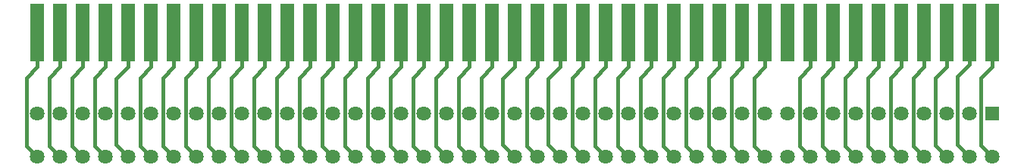
<source format=gbr>
%TF.GenerationSoftware,KiCad,Pcbnew,(5.1.6)-1*%
%TF.CreationDate,2022-03-07T17:14:04-05:00*%
%TF.ProjectId,A500-Side-90,41353030-2d53-4696-9465-2d39302e6b69,rev?*%
%TF.SameCoordinates,Original*%
%TF.FileFunction,Copper,L2,Bot*%
%TF.FilePolarity,Positive*%
%FSLAX46Y46*%
G04 Gerber Fmt 4.6, Leading zero omitted, Abs format (unit mm)*
G04 Created by KiCad (PCBNEW (5.1.6)-1) date 2022-03-07 17:14:04*
%MOMM*%
%LPD*%
G01*
G04 APERTURE LIST*
%TA.AperFunction,ComponentPad*%
%ADD10C,1.638300*%
%TD*%
%TA.AperFunction,ComponentPad*%
%ADD11R,1.638300X1.638300*%
%TD*%
%TA.AperFunction,SMDPad,CuDef*%
%ADD12R,1.600000X6.500000*%
%TD*%
%TA.AperFunction,Conductor*%
%ADD13C,0.400000*%
%TD*%
G04 APERTURE END LIST*
D10*
%TO.P,BUS1,86*%
%TO.N,/D5*%
X98298000Y-89039700D03*
%TO.P,BUS1,85*%
%TO.N,GND*%
X98298000Y-84188300D03*
%TO.P,BUS1,84*%
%TO.N,/D6*%
X100838000Y-89039700D03*
%TO.P,BUS1,83*%
%TO.N,/D4*%
X100838000Y-84188300D03*
%TO.P,BUS1,82*%
%TO.N,/D7*%
X103378000Y-89039700D03*
%TO.P,BUS1,81*%
%TO.N,/D3*%
X103378000Y-84188300D03*
%TO.P,BUS1,80*%
%TO.N,/D8*%
X105918000Y-89039700D03*
%TO.P,BUS1,79*%
%TO.N,/D2*%
X105918000Y-84188300D03*
%TO.P,BUS1,78*%
%TO.N,/D9*%
X108458000Y-89039700D03*
%TO.P,BUS1,77*%
%TO.N,/D1*%
X108458000Y-84188300D03*
%TO.P,BUS1,76*%
%TO.N,/D10*%
X110998000Y-89039700D03*
%TO.P,BUS1,75*%
%TO.N,/D0*%
X110998000Y-84188300D03*
%TO.P,BUS1,74*%
%TO.N,/AS*%
X113538000Y-89039700D03*
%TO.P,BUS1,73*%
%TO.N,GND*%
X113538000Y-84188300D03*
%TO.P,BUS1,72*%
%TO.N,/UDS*%
X116078000Y-89039700D03*
%TO.P,BUS1,71*%
%TO.N,/D11*%
X116078000Y-84188300D03*
%TO.P,BUS1,70*%
%TO.N,/LDS*%
X118618000Y-89039700D03*
%TO.P,BUS1,69*%
%TO.N,/D12*%
X118618000Y-84188300D03*
%TO.P,BUS1,68*%
%TO.N,/RW*%
X121158000Y-89039700D03*
%TO.P,BUS1,67*%
%TO.N,/D13*%
X121158000Y-84188300D03*
%TO.P,BUS1,66*%
%TO.N,/DTACK*%
X123698000Y-89039700D03*
%TO.P,BUS1,65*%
%TO.N,/D14*%
X123698000Y-84188300D03*
%TO.P,BUS1,64*%
%TO.N,/BG*%
X126238000Y-89039700D03*
%TO.P,BUS1,63*%
%TO.N,/D15*%
X126238000Y-84188300D03*
%TO.P,BUS1,62*%
%TO.N,/BGACK*%
X128778000Y-89039700D03*
%TO.P,BUS1,61*%
%TO.N,GND*%
X128778000Y-84188300D03*
%TO.P,BUS1,60*%
%TO.N,/BR*%
X131318000Y-89039700D03*
%TO.P,BUS1,59*%
%TO.N,/A23*%
X131318000Y-84188300D03*
%TO.P,BUS1,58*%
%TO.N,/A21*%
X133858000Y-89039700D03*
%TO.P,BUS1,57*%
%TO.N,/A22*%
X133858000Y-84188300D03*
%TO.P,BUS1,56*%
%TO.N,/A20*%
X136398000Y-89039700D03*
%TO.P,BUS1,55*%
%TO.N,N/C*%
X136398000Y-84188300D03*
%TO.P,BUS1,54*%
%TO.N,/A19*%
X138938000Y-89039700D03*
%TO.P,BUS1,53*%
%TO.N,/RST*%
X138938000Y-84188300D03*
%TO.P,BUS1,52*%
%TO.N,/A18*%
X141478000Y-89039700D03*
%TO.P,BUS1,51*%
%TO.N,/VMA*%
X141478000Y-84188300D03*
%TO.P,BUS1,50*%
%TO.N,/E*%
X144018000Y-89039700D03*
%TO.P,BUS1,49*%
%TO.N,GND*%
X144018000Y-84188300D03*
%TO.P,BUS1,48*%
%TO.N,/VPA*%
X146558000Y-89039700D03*
%TO.P,BUS1,47*%
%TO.N,/A17*%
X146558000Y-84188300D03*
%TO.P,BUS1,46*%
%TO.N,/BERR*%
X149098000Y-89039700D03*
%TO.P,BUS1,45*%
%TO.N,/A16*%
X149098000Y-84188300D03*
%TO.P,BUS1,44*%
%TO.N,/IPL2*%
X151638000Y-89039700D03*
%TO.P,BUS1,43*%
%TO.N,/A15*%
X151638000Y-84188300D03*
%TO.P,BUS1,42*%
%TO.N,/IPL1*%
X154178000Y-89039700D03*
%TO.P,BUS1,41*%
%TO.N,/A14*%
X154178000Y-84188300D03*
%TO.P,BUS1,40*%
%TO.N,/IPL0*%
X156718000Y-89039700D03*
%TO.P,BUS1,39*%
%TO.N,/A13*%
X156718000Y-84188300D03*
%TO.P,BUS1,38*%
%TO.N,/A12*%
X159258000Y-89039700D03*
%TO.P,BUS1,37*%
%TO.N,GND*%
X159258000Y-84188300D03*
%TO.P,BUS1,36*%
%TO.N,/A11*%
X161798000Y-89039700D03*
%TO.P,BUS1,35*%
%TO.N,/FC2*%
X161798000Y-84188300D03*
%TO.P,BUS1,34*%
%TO.N,/A10*%
X164338000Y-89039700D03*
%TO.P,BUS1,33*%
%TO.N,/FC1*%
X164338000Y-84188300D03*
%TO.P,BUS1,32*%
%TO.N,/A9*%
X166878000Y-89039700D03*
%TO.P,BUS1,31*%
%TO.N,/FC0*%
X166878000Y-84188300D03*
%TO.P,BUS1,30*%
%TO.N,/A8*%
X169418000Y-89039700D03*
%TO.P,BUS1,29*%
%TO.N,/A1*%
X169418000Y-84188300D03*
%TO.P,BUS1,28*%
%TO.N,/A7*%
X171958000Y-89039700D03*
%TO.P,BUS1,27*%
%TO.N,/A2*%
X171958000Y-84188300D03*
%TO.P,BUS1,26*%
%TO.N,/A3*%
X174498000Y-89039700D03*
%TO.P,BUS1,25*%
%TO.N,GND*%
X174498000Y-84188300D03*
%TO.P,BUS1,24*%
%TO.N,/A4*%
X177038000Y-89039700D03*
%TO.P,BUS1,23*%
%TO.N,/A6*%
X177038000Y-84188300D03*
%TO.P,BUS1,22*%
%TO.N,/INT6*%
X179578000Y-89039700D03*
%TO.P,BUS1,21*%
%TO.N,/A5*%
X179578000Y-84188300D03*
%TO.P,BUS1,20*%
%TO.N,Net-(BUS1-Pad20)*%
X182118000Y-89039700D03*
%TO.P,BUS1,19*%
%TO.N,/INT2*%
X182118000Y-84188300D03*
%TO.P,BUS1,18*%
%TO.N,/XRDY*%
X184658000Y-89039700D03*
%TO.P,BUS1,17*%
%TO.N,/HLT*%
X184658000Y-84188300D03*
%TO.P,BUS1,16*%
%TO.N,/CCK*%
X187198000Y-89039700D03*
%TO.P,BUS1,15*%
%TO.N,/CDAC*%
X187198000Y-84188300D03*
%TO.P,BUS1,14*%
%TO.N,/CCKQ*%
X189738000Y-89039700D03*
%TO.P,BUS1,13*%
%TO.N,GND*%
X189738000Y-84188300D03*
%TO.P,BUS1,12*%
%TO.N,/CFG*%
X192278000Y-89039700D03*
%TO.P,BUS1,11*%
%TO.N,Net-(BUS1-Pad11)*%
X192278000Y-84188300D03*
%TO.P,BUS1,10*%
%TO.N,+12V*%
X194818000Y-89039700D03*
%TO.P,BUS1,9*%
%TO.N,Net-(BUS1-Pad9)*%
X194818000Y-84188300D03*
%TO.P,BUS1,8*%
%TO.N,-12V*%
X197358000Y-89039700D03*
%TO.P,BUS1,7*%
%TO.N,/7MHZ*%
X197358000Y-84188300D03*
%TO.P,BUS1,6*%
%TO.N,+5V*%
X199898000Y-89039700D03*
%TO.P,BUS1,5*%
X199898000Y-84188300D03*
%TO.P,BUS1,4*%
%TO.N,GND*%
X202438000Y-89039700D03*
%TO.P,BUS1,3*%
X202438000Y-84188300D03*
%TO.P,BUS1,2*%
X204978000Y-89039700D03*
D11*
%TO.P,BUS1,1*%
X204978000Y-84188300D03*
%TD*%
D12*
%TO.P,BUS2,86*%
%TO.N,/D5*%
X98298000Y-75184000D03*
%TO.P,BUS2,84*%
%TO.N,/D6*%
X100838000Y-75184000D03*
%TO.P,BUS2,82*%
%TO.N,/D7*%
X103378000Y-75184000D03*
%TO.P,BUS2,80*%
%TO.N,/D8*%
X105918000Y-75184000D03*
%TO.P,BUS2,78*%
%TO.N,/D9*%
X108458000Y-75184000D03*
%TO.P,BUS2,76*%
%TO.N,/D10*%
X110998000Y-75184000D03*
%TO.P,BUS2,74*%
%TO.N,/AS*%
X113538000Y-75184000D03*
%TO.P,BUS2,72*%
%TO.N,/UDS*%
X116078000Y-75184000D03*
%TO.P,BUS2,70*%
%TO.N,/LDS*%
X118618000Y-75184000D03*
%TO.P,BUS2,68*%
%TO.N,/RW*%
X121158000Y-75184000D03*
%TO.P,BUS2,66*%
%TO.N,/DTACK*%
X123698000Y-75184000D03*
%TO.P,BUS2,64*%
%TO.N,/BG*%
X126238000Y-75184000D03*
%TO.P,BUS2,62*%
%TO.N,/BGACK*%
X128778000Y-75184000D03*
%TO.P,BUS2,60*%
%TO.N,/BR*%
X131318000Y-75184000D03*
%TO.P,BUS2,58*%
%TO.N,/A21*%
X133858000Y-75184000D03*
%TO.P,BUS2,56*%
%TO.N,/A20*%
X136398000Y-75184000D03*
%TO.P,BUS2,54*%
%TO.N,/A19*%
X138938000Y-75184000D03*
%TO.P,BUS2,52*%
%TO.N,/A18*%
X141478000Y-75184000D03*
%TO.P,BUS2,50*%
%TO.N,/E*%
X144018000Y-75184000D03*
%TO.P,BUS2,48*%
%TO.N,/VPA*%
X146558000Y-75184000D03*
%TO.P,BUS2,46*%
%TO.N,/BERR*%
X149098000Y-75184000D03*
%TO.P,BUS2,44*%
%TO.N,/IPL2*%
X151638000Y-75184000D03*
%TO.P,BUS2,42*%
%TO.N,/IPL1*%
X154178000Y-75184000D03*
%TO.P,BUS2,40*%
%TO.N,/IPL0*%
X156718000Y-75184000D03*
%TO.P,BUS2,38*%
%TO.N,/A12*%
X159258000Y-75184000D03*
%TO.P,BUS2,36*%
%TO.N,/A11*%
X161798000Y-75184000D03*
%TO.P,BUS2,34*%
%TO.N,/A10*%
X164338000Y-75184000D03*
%TO.P,BUS2,32*%
%TO.N,/A9*%
X166878000Y-75184000D03*
%TO.P,BUS2,30*%
%TO.N,/A8*%
X169418000Y-75184000D03*
%TO.P,BUS2,28*%
%TO.N,/A7*%
X171958000Y-75184000D03*
%TO.P,BUS2,26*%
%TO.N,/A3*%
X174498000Y-75184000D03*
%TO.P,BUS2,24*%
%TO.N,/A4*%
X177038000Y-75184000D03*
%TO.P,BUS2,22*%
%TO.N,/INT6*%
X179578000Y-75184000D03*
%TO.P,BUS2,20*%
%TO.N,Net-(BUS2-Pad20)*%
X182118000Y-75184000D03*
%TO.P,BUS2,18*%
%TO.N,/XRDY*%
X184658000Y-75184000D03*
%TO.P,BUS2,16*%
%TO.N,/CCK*%
X187198000Y-75184000D03*
%TO.P,BUS2,14*%
%TO.N,/CCKQ*%
X189738000Y-75184000D03*
%TO.P,BUS2,12*%
%TO.N,/CFG*%
X192278000Y-75184000D03*
%TO.P,BUS2,10*%
%TO.N,+12V*%
X194818000Y-75184000D03*
%TO.P,BUS2,8*%
%TO.N,-12V*%
X197358000Y-75184000D03*
%TO.P,BUS2,6*%
%TO.N,+5V*%
X199898000Y-75184000D03*
%TO.P,BUS2,4*%
%TO.N,GND*%
X202438000Y-75184000D03*
%TO.P,BUS2,2*%
X204978000Y-75184000D03*
%TD*%
D13*
%TO.N,/D5*%
X97078849Y-87820549D02*
X97078849Y-80213151D01*
X98298000Y-89039700D02*
X97078849Y-87820549D01*
X98298000Y-78994000D02*
X98298000Y-75184000D01*
X97078849Y-80213151D02*
X98298000Y-78994000D01*
%TO.N,GND*%
X202438000Y-89039700D02*
X201117151Y-87718851D01*
X201117151Y-87718851D02*
X201117151Y-80060849D01*
X202438000Y-78740000D02*
X202438000Y-75184000D01*
X201117151Y-80060849D02*
X202438000Y-78740000D01*
X204978000Y-89039700D02*
X203708000Y-87769700D01*
X203708000Y-87769700D02*
X203708000Y-80264000D01*
X204978000Y-78994000D02*
X204978000Y-75184000D01*
X203708000Y-80264000D02*
X204978000Y-78994000D01*
%TO.N,/D6*%
X99618849Y-87820549D02*
X99618849Y-80213151D01*
X100838000Y-89039700D02*
X99618849Y-87820549D01*
X100838000Y-78994000D02*
X100838000Y-75184000D01*
X99618849Y-80213151D02*
X100838000Y-78994000D01*
%TO.N,/D7*%
X102158849Y-87820549D02*
X102158849Y-80213151D01*
X103378000Y-89039700D02*
X102158849Y-87820549D01*
X103378000Y-78994000D02*
X103378000Y-75184000D01*
X102158849Y-80213151D02*
X103378000Y-78994000D01*
%TO.N,/D8*%
X104698849Y-87820549D02*
X104698849Y-80213151D01*
X105918000Y-89039700D02*
X104698849Y-87820549D01*
X105918000Y-78994000D02*
X105918000Y-75184000D01*
X104698849Y-80213151D02*
X105918000Y-78994000D01*
%TO.N,/D9*%
X107137151Y-87718851D02*
X107137151Y-80314849D01*
X108458000Y-89039700D02*
X107137151Y-87718851D01*
X108458000Y-78994000D02*
X108458000Y-75184000D01*
X107137151Y-80314849D02*
X108458000Y-78994000D01*
%TO.N,/D10*%
X109778849Y-87820549D02*
X109778849Y-80213151D01*
X110998000Y-89039700D02*
X109778849Y-87820549D01*
X110998000Y-78994000D02*
X110998000Y-75184000D01*
X109778849Y-80213151D02*
X110998000Y-78994000D01*
%TO.N,/AS*%
X112318849Y-87820549D02*
X112318849Y-80213151D01*
X113538000Y-89039700D02*
X112318849Y-87820549D01*
X113538000Y-78994000D02*
X113538000Y-75184000D01*
X112318849Y-80213151D02*
X113538000Y-78994000D01*
%TO.N,/UDS*%
X114858849Y-87820549D02*
X114858849Y-80213151D01*
X116078000Y-89039700D02*
X114858849Y-87820549D01*
X116078000Y-78994000D02*
X116078000Y-75184000D01*
X114858849Y-80213151D02*
X116078000Y-78994000D01*
%TO.N,/LDS*%
X117398849Y-87820549D02*
X117398849Y-80213151D01*
X118618000Y-89039700D02*
X117398849Y-87820549D01*
X118618000Y-78994000D02*
X118618000Y-75184000D01*
X117398849Y-80213151D02*
X118618000Y-78994000D01*
%TO.N,/RW*%
X119938849Y-87820549D02*
X119938849Y-80213151D01*
X121158000Y-89039700D02*
X119938849Y-87820549D01*
X121158000Y-78994000D02*
X121158000Y-75184000D01*
X119938849Y-80213151D02*
X121158000Y-78994000D01*
%TO.N,/DTACK*%
X122478849Y-87820549D02*
X122478849Y-80213151D01*
X123698000Y-89039700D02*
X122478849Y-87820549D01*
X123698000Y-78994000D02*
X123698000Y-75184000D01*
X122478849Y-80213151D02*
X123698000Y-78994000D01*
%TO.N,/BG*%
X125018849Y-87820549D02*
X125018849Y-80213151D01*
X126238000Y-89039700D02*
X125018849Y-87820549D01*
X126238000Y-78994000D02*
X126238000Y-75184000D01*
X125018849Y-80213151D02*
X126238000Y-78994000D01*
%TO.N,/BGACK*%
X127558849Y-87820549D02*
X127558849Y-80213151D01*
X128778000Y-89039700D02*
X127558849Y-87820549D01*
X128778000Y-78994000D02*
X128778000Y-75184000D01*
X127558849Y-80213151D02*
X128778000Y-78994000D01*
%TO.N,/BR*%
X130098849Y-87820549D02*
X130098849Y-80213151D01*
X131318000Y-89039700D02*
X130098849Y-87820549D01*
X131318000Y-78994000D02*
X131318000Y-75184000D01*
X130098849Y-80213151D02*
X131318000Y-78994000D01*
%TO.N,/A21*%
X132638849Y-87820549D02*
X132638849Y-80213151D01*
X133858000Y-89039700D02*
X132638849Y-87820549D01*
X133858000Y-78994000D02*
X133858000Y-75184000D01*
X132638849Y-80213151D02*
X133858000Y-78994000D01*
%TO.N,/A20*%
X135178849Y-87820549D02*
X135178849Y-80213151D01*
X136398000Y-89039700D02*
X135178849Y-87820549D01*
X136398000Y-78994000D02*
X136398000Y-75184000D01*
X135178849Y-80213151D02*
X136398000Y-78994000D01*
%TO.N,/A19*%
X137718849Y-87820549D02*
X137718849Y-80213151D01*
X138938000Y-89039700D02*
X137718849Y-87820549D01*
X138938000Y-78994000D02*
X138938000Y-75184000D01*
X137718849Y-80213151D02*
X138938000Y-78994000D01*
%TO.N,/A18*%
X140258849Y-87820549D02*
X140258849Y-80213151D01*
X141478000Y-89039700D02*
X140258849Y-87820549D01*
X141478000Y-78994000D02*
X141478000Y-75184000D01*
X140258849Y-80213151D02*
X141478000Y-78994000D01*
%TO.N,/E*%
X142798849Y-87820549D02*
X142798849Y-80213151D01*
X144018000Y-89039700D02*
X142798849Y-87820549D01*
X144018000Y-78994000D02*
X144018000Y-75184000D01*
X142798849Y-80213151D02*
X144018000Y-78994000D01*
%TO.N,/VPA*%
X145338849Y-87820549D02*
X145338849Y-80213151D01*
X146558000Y-89039700D02*
X145338849Y-87820549D01*
X146558000Y-78994000D02*
X146558000Y-75184000D01*
X145338849Y-80213151D02*
X146558000Y-78994000D01*
%TO.N,/BERR*%
X147878849Y-87820549D02*
X147878849Y-80213151D01*
X149098000Y-89039700D02*
X147878849Y-87820549D01*
X149098000Y-78994000D02*
X149098000Y-75184000D01*
X147878849Y-80213151D02*
X149098000Y-78994000D01*
%TO.N,/IPL2*%
X150317151Y-87718851D02*
X150317151Y-80314849D01*
X151638000Y-89039700D02*
X150317151Y-87718851D01*
X151638000Y-78994000D02*
X151638000Y-75184000D01*
X150317151Y-80314849D02*
X151638000Y-78994000D01*
%TO.N,/IPL1*%
X152958849Y-87820549D02*
X152958849Y-80213151D01*
X154178000Y-89039700D02*
X152958849Y-87820549D01*
X154178000Y-78994000D02*
X154178000Y-75184000D01*
X152958849Y-80213151D02*
X154178000Y-78994000D01*
%TO.N,/IPL0*%
X155397151Y-87718851D02*
X155397151Y-80314849D01*
X156718000Y-89039700D02*
X155397151Y-87718851D01*
X156718000Y-78994000D02*
X156718000Y-75184000D01*
X155397151Y-80314849D02*
X156718000Y-78994000D01*
%TO.N,/A12*%
X158038849Y-87820549D02*
X158038849Y-80213151D01*
X159258000Y-89039700D02*
X158038849Y-87820549D01*
X159258000Y-78994000D02*
X159258000Y-75184000D01*
X158038849Y-80213151D02*
X159258000Y-78994000D01*
%TO.N,/A11*%
X161798000Y-78994000D02*
X161798000Y-75184000D01*
X160578849Y-80213151D02*
X161798000Y-78994000D01*
X161798000Y-89039700D02*
X160578849Y-87820549D01*
X160578849Y-87820549D02*
X160578849Y-80213151D01*
%TO.N,/A10*%
X163118849Y-87820549D02*
X163118849Y-80213151D01*
X164338000Y-89039700D02*
X163118849Y-87820549D01*
X164338000Y-78994000D02*
X164338000Y-75184000D01*
X163118849Y-80213151D02*
X164338000Y-78994000D01*
%TO.N,/A9*%
X165658849Y-87820549D02*
X165658849Y-80213151D01*
X166878000Y-89039700D02*
X165658849Y-87820549D01*
X166878000Y-78994000D02*
X166878000Y-75184000D01*
X165658849Y-80213151D02*
X166878000Y-78994000D01*
%TO.N,/A8*%
X168198849Y-87820549D02*
X168198849Y-80213151D01*
X169418000Y-89039700D02*
X168198849Y-87820549D01*
X169418000Y-78994000D02*
X169418000Y-75184000D01*
X168198849Y-80213151D02*
X169418000Y-78994000D01*
%TO.N,/A7*%
X170738849Y-87820549D02*
X170738849Y-80213151D01*
X171958000Y-89039700D02*
X170738849Y-87820549D01*
X171958000Y-78994000D02*
X171958000Y-75184000D01*
X170738849Y-80213151D02*
X171958000Y-78994000D01*
%TO.N,/A3*%
X173278849Y-87820549D02*
X173278849Y-80213151D01*
X174498000Y-89039700D02*
X173278849Y-87820549D01*
X174498000Y-78994000D02*
X174498000Y-75184000D01*
X173278849Y-80213151D02*
X174498000Y-78994000D01*
%TO.N,/A4*%
X175818849Y-87820549D02*
X175818849Y-80213151D01*
X177038000Y-89039700D02*
X175818849Y-87820549D01*
X177038000Y-78994000D02*
X177038000Y-75184000D01*
X175818849Y-80213151D02*
X177038000Y-78994000D01*
%TO.N,/INT6*%
X178358849Y-87820549D02*
X178358849Y-80213151D01*
X179578000Y-89039700D02*
X178358849Y-87820549D01*
X179578000Y-78994000D02*
X179578000Y-75184000D01*
X178358849Y-80213151D02*
X179578000Y-78994000D01*
%TO.N,/XRDY*%
X183438849Y-87820549D02*
X183438849Y-80213151D01*
X184658000Y-89039700D02*
X183438849Y-87820549D01*
X184658000Y-78994000D02*
X184658000Y-75184000D01*
X183438849Y-80213151D02*
X184658000Y-78994000D01*
%TO.N,/CCK*%
X185978849Y-87820549D02*
X185978849Y-80213151D01*
X187198000Y-89039700D02*
X185978849Y-87820549D01*
X187198000Y-78994000D02*
X187198000Y-75184000D01*
X185978849Y-80213151D02*
X187198000Y-78994000D01*
%TO.N,/CCKQ*%
X188518849Y-87820549D02*
X188518849Y-80213151D01*
X189738000Y-89039700D02*
X188518849Y-87820549D01*
X189738000Y-78994000D02*
X189738000Y-75184000D01*
X188518849Y-80213151D02*
X189738000Y-78994000D01*
%TO.N,/CFG*%
X191058849Y-87820549D02*
X191058849Y-80213151D01*
X192278000Y-89039700D02*
X191058849Y-87820549D01*
X192278000Y-78994000D02*
X192278000Y-75184000D01*
X191058849Y-80213151D02*
X192278000Y-78994000D01*
%TO.N,+12V*%
X193598849Y-87820549D02*
X193598849Y-80213151D01*
X194818000Y-89039700D02*
X193598849Y-87820549D01*
X194818000Y-78994000D02*
X194818000Y-75184000D01*
X193598849Y-80213151D02*
X194818000Y-78994000D01*
%TO.N,-12V*%
X196138849Y-87820549D02*
X196138849Y-80213151D01*
X197358000Y-89039700D02*
X196138849Y-87820549D01*
X197358000Y-78994000D02*
X197358000Y-75184000D01*
X196138849Y-80213151D02*
X197358000Y-78994000D01*
%TO.N,+5V*%
X199898000Y-78994000D02*
X199898000Y-75184000D01*
X198628000Y-80264000D02*
X199898000Y-78994000D01*
X199898000Y-89039700D02*
X198628000Y-87769700D01*
X198628000Y-87769700D02*
X198628000Y-80264000D01*
%TD*%
M02*

</source>
